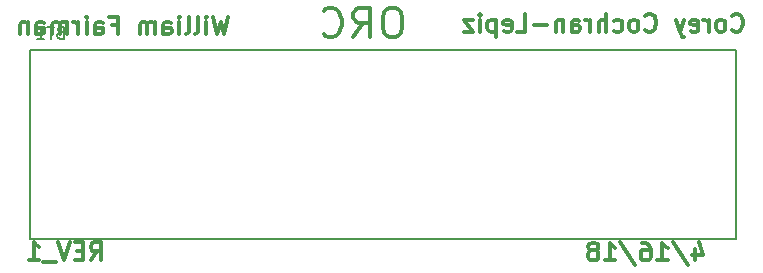
<source format=gbr>
G04 #@! TF.FileFunction,Legend,Bot*
%FSLAX46Y46*%
G04 Gerber Fmt 4.6, Leading zero omitted, Abs format (unit mm)*
G04 Created by KiCad (PCBNEW 4.0.7-e2-6376~58~ubuntu16.04.1) date Mon Apr 16 12:45:48 2018*
%MOMM*%
%LPD*%
G01*
G04 APERTURE LIST*
%ADD10C,0.100000*%
%ADD11C,0.300000*%
%ADD12C,0.150000*%
G04 APERTURE END LIST*
D10*
D11*
X166169456Y-74811771D02*
X166169456Y-75811771D01*
X166526599Y-74240343D02*
X166883742Y-75311771D01*
X165955170Y-75311771D01*
X164312314Y-74240343D02*
X165598028Y-76168914D01*
X163026599Y-75811771D02*
X163883742Y-75811771D01*
X163455170Y-75811771D02*
X163455170Y-74311771D01*
X163598027Y-74526057D01*
X163740885Y-74668914D01*
X163883742Y-74740343D01*
X161740885Y-74311771D02*
X162026599Y-74311771D01*
X162169456Y-74383200D01*
X162240885Y-74454629D01*
X162383742Y-74668914D01*
X162455171Y-74954629D01*
X162455171Y-75526057D01*
X162383742Y-75668914D01*
X162312314Y-75740343D01*
X162169456Y-75811771D01*
X161883742Y-75811771D01*
X161740885Y-75740343D01*
X161669456Y-75668914D01*
X161598028Y-75526057D01*
X161598028Y-75168914D01*
X161669456Y-75026057D01*
X161740885Y-74954629D01*
X161883742Y-74883200D01*
X162169456Y-74883200D01*
X162312314Y-74954629D01*
X162383742Y-75026057D01*
X162455171Y-75168914D01*
X159883743Y-74240343D02*
X161169457Y-76168914D01*
X158598028Y-75811771D02*
X159455171Y-75811771D01*
X159026599Y-75811771D02*
X159026599Y-74311771D01*
X159169456Y-74526057D01*
X159312314Y-74668914D01*
X159455171Y-74740343D01*
X157740885Y-74954629D02*
X157883743Y-74883200D01*
X157955171Y-74811771D01*
X158026600Y-74668914D01*
X158026600Y-74597486D01*
X157955171Y-74454629D01*
X157883743Y-74383200D01*
X157740885Y-74311771D01*
X157455171Y-74311771D01*
X157312314Y-74383200D01*
X157240885Y-74454629D01*
X157169457Y-74597486D01*
X157169457Y-74668914D01*
X157240885Y-74811771D01*
X157312314Y-74883200D01*
X157455171Y-74954629D01*
X157740885Y-74954629D01*
X157883743Y-75026057D01*
X157955171Y-75097486D01*
X158026600Y-75240343D01*
X158026600Y-75526057D01*
X157955171Y-75668914D01*
X157883743Y-75740343D01*
X157740885Y-75811771D01*
X157455171Y-75811771D01*
X157312314Y-75740343D01*
X157240885Y-75668914D01*
X157169457Y-75526057D01*
X157169457Y-75240343D01*
X157240885Y-75097486D01*
X157312314Y-75026057D01*
X157455171Y-74954629D01*
X115045856Y-75760971D02*
X115545856Y-75046686D01*
X115902999Y-75760971D02*
X115902999Y-74260971D01*
X115331571Y-74260971D01*
X115188713Y-74332400D01*
X115117285Y-74403829D01*
X115045856Y-74546686D01*
X115045856Y-74760971D01*
X115117285Y-74903829D01*
X115188713Y-74975257D01*
X115331571Y-75046686D01*
X115902999Y-75046686D01*
X114402999Y-74975257D02*
X113902999Y-74975257D01*
X113688713Y-75760971D02*
X114402999Y-75760971D01*
X114402999Y-74260971D01*
X113688713Y-74260971D01*
X113260142Y-74260971D02*
X112760142Y-75760971D01*
X112260142Y-74260971D01*
X112117285Y-75903829D02*
X110974428Y-75903829D01*
X109831571Y-75760971D02*
X110688714Y-75760971D01*
X110260142Y-75760971D02*
X110260142Y-74260971D01*
X110402999Y-74475257D01*
X110545857Y-74618114D01*
X110688714Y-74689543D01*
X140837895Y-54409352D02*
X140361705Y-54409352D01*
X140123610Y-54528400D01*
X139885514Y-54766495D01*
X139766467Y-55242686D01*
X139766467Y-56076019D01*
X139885514Y-56552210D01*
X140123610Y-56790305D01*
X140361705Y-56909352D01*
X140837895Y-56909352D01*
X141075991Y-56790305D01*
X141314086Y-56552210D01*
X141433134Y-56076019D01*
X141433134Y-55242686D01*
X141314086Y-54766495D01*
X141075991Y-54528400D01*
X140837895Y-54409352D01*
X137266466Y-56909352D02*
X138099800Y-55718876D01*
X138695038Y-56909352D02*
X138695038Y-54409352D01*
X137742657Y-54409352D01*
X137504562Y-54528400D01*
X137385514Y-54647448D01*
X137266466Y-54885543D01*
X137266466Y-55242686D01*
X137385514Y-55480781D01*
X137504562Y-55599829D01*
X137742657Y-55718876D01*
X138695038Y-55718876D01*
X134766466Y-56671257D02*
X134885514Y-56790305D01*
X135242657Y-56909352D01*
X135480752Y-56909352D01*
X135837895Y-56790305D01*
X136075990Y-56552210D01*
X136195038Y-56314114D01*
X136314086Y-55837924D01*
X136314086Y-55480781D01*
X136195038Y-55004590D01*
X136075990Y-54766495D01*
X135837895Y-54528400D01*
X135480752Y-54409352D01*
X135242657Y-54409352D01*
X134885514Y-54528400D01*
X134766466Y-54647448D01*
X126698057Y-55160171D02*
X126340914Y-56660171D01*
X126055200Y-55588743D01*
X125769486Y-56660171D01*
X125412343Y-55160171D01*
X124840914Y-56660171D02*
X124840914Y-55660171D01*
X124840914Y-55160171D02*
X124912343Y-55231600D01*
X124840914Y-55303029D01*
X124769486Y-55231600D01*
X124840914Y-55160171D01*
X124840914Y-55303029D01*
X123912342Y-56660171D02*
X124055200Y-56588743D01*
X124126628Y-56445886D01*
X124126628Y-55160171D01*
X123126628Y-56660171D02*
X123269486Y-56588743D01*
X123340914Y-56445886D01*
X123340914Y-55160171D01*
X122555200Y-56660171D02*
X122555200Y-55660171D01*
X122555200Y-55160171D02*
X122626629Y-55231600D01*
X122555200Y-55303029D01*
X122483772Y-55231600D01*
X122555200Y-55160171D01*
X122555200Y-55303029D01*
X121198057Y-56660171D02*
X121198057Y-55874457D01*
X121269486Y-55731600D01*
X121412343Y-55660171D01*
X121698057Y-55660171D01*
X121840914Y-55731600D01*
X121198057Y-56588743D02*
X121340914Y-56660171D01*
X121698057Y-56660171D01*
X121840914Y-56588743D01*
X121912343Y-56445886D01*
X121912343Y-56303029D01*
X121840914Y-56160171D01*
X121698057Y-56088743D01*
X121340914Y-56088743D01*
X121198057Y-56017314D01*
X120483771Y-56660171D02*
X120483771Y-55660171D01*
X120483771Y-55803029D02*
X120412343Y-55731600D01*
X120269485Y-55660171D01*
X120055200Y-55660171D01*
X119912343Y-55731600D01*
X119840914Y-55874457D01*
X119840914Y-56660171D01*
X119840914Y-55874457D02*
X119769485Y-55731600D01*
X119626628Y-55660171D01*
X119412343Y-55660171D01*
X119269485Y-55731600D01*
X119198057Y-55874457D01*
X119198057Y-56660171D01*
X116840914Y-55874457D02*
X117340914Y-55874457D01*
X117340914Y-56660171D02*
X117340914Y-55160171D01*
X116626628Y-55160171D01*
X115412343Y-56660171D02*
X115412343Y-55874457D01*
X115483772Y-55731600D01*
X115626629Y-55660171D01*
X115912343Y-55660171D01*
X116055200Y-55731600D01*
X115412343Y-56588743D02*
X115555200Y-56660171D01*
X115912343Y-56660171D01*
X116055200Y-56588743D01*
X116126629Y-56445886D01*
X116126629Y-56303029D01*
X116055200Y-56160171D01*
X115912343Y-56088743D01*
X115555200Y-56088743D01*
X115412343Y-56017314D01*
X114698057Y-56660171D02*
X114698057Y-55660171D01*
X114698057Y-55160171D02*
X114769486Y-55231600D01*
X114698057Y-55303029D01*
X114626629Y-55231600D01*
X114698057Y-55160171D01*
X114698057Y-55303029D01*
X113983771Y-56660171D02*
X113983771Y-55660171D01*
X113983771Y-55945886D02*
X113912343Y-55803029D01*
X113840914Y-55731600D01*
X113698057Y-55660171D01*
X113555200Y-55660171D01*
X113055200Y-56660171D02*
X113055200Y-55660171D01*
X113055200Y-55803029D02*
X112983772Y-55731600D01*
X112840914Y-55660171D01*
X112626629Y-55660171D01*
X112483772Y-55731600D01*
X112412343Y-55874457D01*
X112412343Y-56660171D01*
X112412343Y-55874457D02*
X112340914Y-55731600D01*
X112198057Y-55660171D01*
X111983772Y-55660171D01*
X111840914Y-55731600D01*
X111769486Y-55874457D01*
X111769486Y-56660171D01*
X110412343Y-56660171D02*
X110412343Y-55874457D01*
X110483772Y-55731600D01*
X110626629Y-55660171D01*
X110912343Y-55660171D01*
X111055200Y-55731600D01*
X110412343Y-56588743D02*
X110555200Y-56660171D01*
X110912343Y-56660171D01*
X111055200Y-56588743D01*
X111126629Y-56445886D01*
X111126629Y-56303029D01*
X111055200Y-56160171D01*
X110912343Y-56088743D01*
X110555200Y-56088743D01*
X110412343Y-56017314D01*
X109698057Y-55660171D02*
X109698057Y-56660171D01*
X109698057Y-55803029D02*
X109626629Y-55731600D01*
X109483771Y-55660171D01*
X109269486Y-55660171D01*
X109126629Y-55731600D01*
X109055200Y-55874457D01*
X109055200Y-56660171D01*
X169353142Y-56288714D02*
X169424571Y-56360143D01*
X169638857Y-56431571D01*
X169781714Y-56431571D01*
X169995999Y-56360143D01*
X170138857Y-56217286D01*
X170210285Y-56074429D01*
X170281714Y-55788714D01*
X170281714Y-55574429D01*
X170210285Y-55288714D01*
X170138857Y-55145857D01*
X169995999Y-55003000D01*
X169781714Y-54931571D01*
X169638857Y-54931571D01*
X169424571Y-55003000D01*
X169353142Y-55074429D01*
X168495999Y-56431571D02*
X168638857Y-56360143D01*
X168710285Y-56288714D01*
X168781714Y-56145857D01*
X168781714Y-55717286D01*
X168710285Y-55574429D01*
X168638857Y-55503000D01*
X168495999Y-55431571D01*
X168281714Y-55431571D01*
X168138857Y-55503000D01*
X168067428Y-55574429D01*
X167995999Y-55717286D01*
X167995999Y-56145857D01*
X168067428Y-56288714D01*
X168138857Y-56360143D01*
X168281714Y-56431571D01*
X168495999Y-56431571D01*
X167353142Y-56431571D02*
X167353142Y-55431571D01*
X167353142Y-55717286D02*
X167281714Y-55574429D01*
X167210285Y-55503000D01*
X167067428Y-55431571D01*
X166924571Y-55431571D01*
X165853143Y-56360143D02*
X165996000Y-56431571D01*
X166281714Y-56431571D01*
X166424571Y-56360143D01*
X166496000Y-56217286D01*
X166496000Y-55645857D01*
X166424571Y-55503000D01*
X166281714Y-55431571D01*
X165996000Y-55431571D01*
X165853143Y-55503000D01*
X165781714Y-55645857D01*
X165781714Y-55788714D01*
X166496000Y-55931571D01*
X165281714Y-55431571D02*
X164924571Y-56431571D01*
X164567429Y-55431571D02*
X164924571Y-56431571D01*
X165067429Y-56788714D01*
X165138857Y-56860143D01*
X165281714Y-56931571D01*
X161996000Y-56288714D02*
X162067429Y-56360143D01*
X162281715Y-56431571D01*
X162424572Y-56431571D01*
X162638857Y-56360143D01*
X162781715Y-56217286D01*
X162853143Y-56074429D01*
X162924572Y-55788714D01*
X162924572Y-55574429D01*
X162853143Y-55288714D01*
X162781715Y-55145857D01*
X162638857Y-55003000D01*
X162424572Y-54931571D01*
X162281715Y-54931571D01*
X162067429Y-55003000D01*
X161996000Y-55074429D01*
X161138857Y-56431571D02*
X161281715Y-56360143D01*
X161353143Y-56288714D01*
X161424572Y-56145857D01*
X161424572Y-55717286D01*
X161353143Y-55574429D01*
X161281715Y-55503000D01*
X161138857Y-55431571D01*
X160924572Y-55431571D01*
X160781715Y-55503000D01*
X160710286Y-55574429D01*
X160638857Y-55717286D01*
X160638857Y-56145857D01*
X160710286Y-56288714D01*
X160781715Y-56360143D01*
X160924572Y-56431571D01*
X161138857Y-56431571D01*
X159353143Y-56360143D02*
X159496000Y-56431571D01*
X159781714Y-56431571D01*
X159924572Y-56360143D01*
X159996000Y-56288714D01*
X160067429Y-56145857D01*
X160067429Y-55717286D01*
X159996000Y-55574429D01*
X159924572Y-55503000D01*
X159781714Y-55431571D01*
X159496000Y-55431571D01*
X159353143Y-55503000D01*
X158710286Y-56431571D02*
X158710286Y-54931571D01*
X158067429Y-56431571D02*
X158067429Y-55645857D01*
X158138858Y-55503000D01*
X158281715Y-55431571D01*
X158496000Y-55431571D01*
X158638858Y-55503000D01*
X158710286Y-55574429D01*
X157353143Y-56431571D02*
X157353143Y-55431571D01*
X157353143Y-55717286D02*
X157281715Y-55574429D01*
X157210286Y-55503000D01*
X157067429Y-55431571D01*
X156924572Y-55431571D01*
X155781715Y-56431571D02*
X155781715Y-55645857D01*
X155853144Y-55503000D01*
X155996001Y-55431571D01*
X156281715Y-55431571D01*
X156424572Y-55503000D01*
X155781715Y-56360143D02*
X155924572Y-56431571D01*
X156281715Y-56431571D01*
X156424572Y-56360143D01*
X156496001Y-56217286D01*
X156496001Y-56074429D01*
X156424572Y-55931571D01*
X156281715Y-55860143D01*
X155924572Y-55860143D01*
X155781715Y-55788714D01*
X155067429Y-55431571D02*
X155067429Y-56431571D01*
X155067429Y-55574429D02*
X154996001Y-55503000D01*
X154853143Y-55431571D01*
X154638858Y-55431571D01*
X154496001Y-55503000D01*
X154424572Y-55645857D01*
X154424572Y-56431571D01*
X153710286Y-55860143D02*
X152567429Y-55860143D01*
X151138857Y-56431571D02*
X151853143Y-56431571D01*
X151853143Y-54931571D01*
X150067429Y-56360143D02*
X150210286Y-56431571D01*
X150496000Y-56431571D01*
X150638857Y-56360143D01*
X150710286Y-56217286D01*
X150710286Y-55645857D01*
X150638857Y-55503000D01*
X150496000Y-55431571D01*
X150210286Y-55431571D01*
X150067429Y-55503000D01*
X149996000Y-55645857D01*
X149996000Y-55788714D01*
X150710286Y-55931571D01*
X149353143Y-55431571D02*
X149353143Y-56931571D01*
X149353143Y-55503000D02*
X149210286Y-55431571D01*
X148924572Y-55431571D01*
X148781715Y-55503000D01*
X148710286Y-55574429D01*
X148638857Y-55717286D01*
X148638857Y-56145857D01*
X148710286Y-56288714D01*
X148781715Y-56360143D01*
X148924572Y-56431571D01*
X149210286Y-56431571D01*
X149353143Y-56360143D01*
X147996000Y-56431571D02*
X147996000Y-55431571D01*
X147996000Y-54931571D02*
X148067429Y-55003000D01*
X147996000Y-55074429D01*
X147924572Y-55003000D01*
X147996000Y-54931571D01*
X147996000Y-55074429D01*
X147424571Y-55431571D02*
X146638857Y-55431571D01*
X147424571Y-56431571D01*
X146638857Y-56431571D01*
D12*
X109940000Y-57976500D02*
X109940000Y-73976500D01*
X169640000Y-57976500D02*
X109940000Y-57976500D01*
X169640000Y-73976500D02*
X169640000Y-57976500D01*
X109940000Y-73976500D02*
X169640000Y-73976500D01*
X112471714Y-56507071D02*
X112328857Y-56554690D01*
X112281238Y-56602310D01*
X112233619Y-56697548D01*
X112233619Y-56840405D01*
X112281238Y-56935643D01*
X112328857Y-56983262D01*
X112424095Y-57030881D01*
X112805048Y-57030881D01*
X112805048Y-56030881D01*
X112471714Y-56030881D01*
X112376476Y-56078500D01*
X112328857Y-56126119D01*
X112281238Y-56221357D01*
X112281238Y-56316595D01*
X112328857Y-56411833D01*
X112376476Y-56459452D01*
X112471714Y-56507071D01*
X112805048Y-56507071D01*
X111947905Y-56030881D02*
X111376476Y-56030881D01*
X111662191Y-57030881D02*
X111662191Y-56030881D01*
X110519333Y-57030881D02*
X111090762Y-57030881D01*
X110805048Y-57030881D02*
X110805048Y-56030881D01*
X110900286Y-56173738D01*
X110995524Y-56268976D01*
X111090762Y-56316595D01*
M02*

</source>
